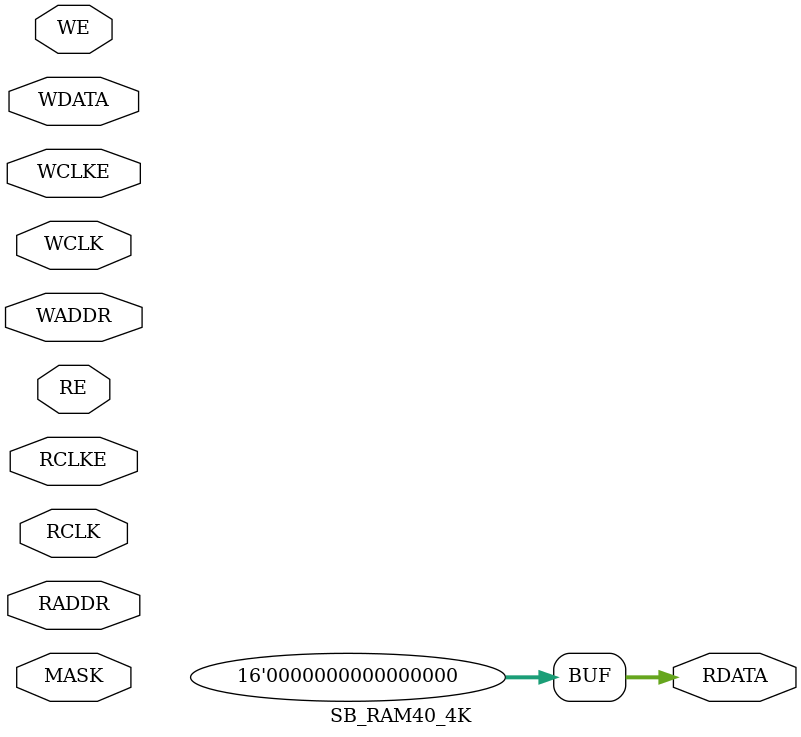
<source format=v>
module SB_RAM40_4K(	// file.cleaned.mlir:2:3
  input         RCLK,	// file.cleaned.mlir:2:29
                RCLKE,	// file.cleaned.mlir:2:44
                RE,	// file.cleaned.mlir:2:60
  input  [10:0] RADDR,	// file.cleaned.mlir:2:73
  input         WCLK,	// file.cleaned.mlir:2:90
                WCLKE,	// file.cleaned.mlir:2:105
                WE,	// file.cleaned.mlir:2:121
  input  [10:0] WADDR,	// file.cleaned.mlir:2:134
  input  [15:0] MASK,	// file.cleaned.mlir:2:151
                WDATA,	// file.cleaned.mlir:2:167
  output [15:0] RDATA	// file.cleaned.mlir:2:185
);

  assign RDATA = 16'h0;	// file.cleaned.mlir:3:15, :4:5
endmodule


</source>
